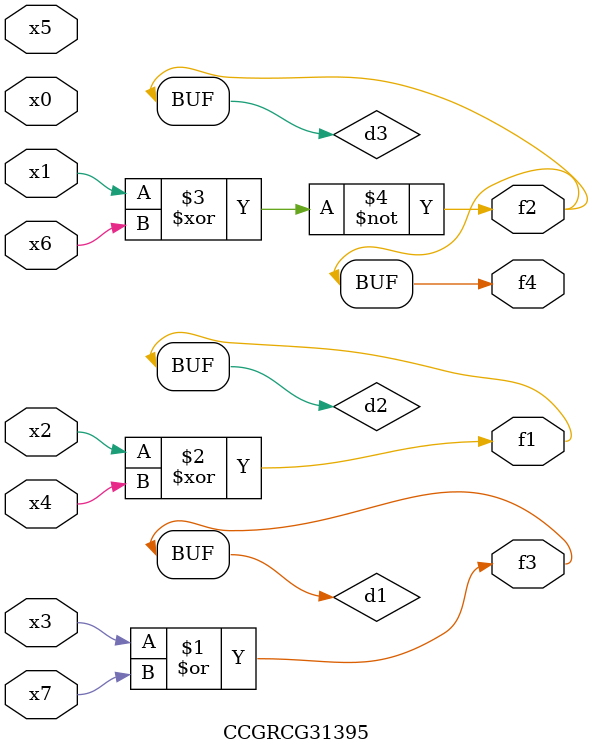
<source format=v>
module CCGRCG31395(
	input x0, x1, x2, x3, x4, x5, x6, x7,
	output f1, f2, f3, f4
);

	wire d1, d2, d3;

	or (d1, x3, x7);
	xor (d2, x2, x4);
	xnor (d3, x1, x6);
	assign f1 = d2;
	assign f2 = d3;
	assign f3 = d1;
	assign f4 = d3;
endmodule

</source>
